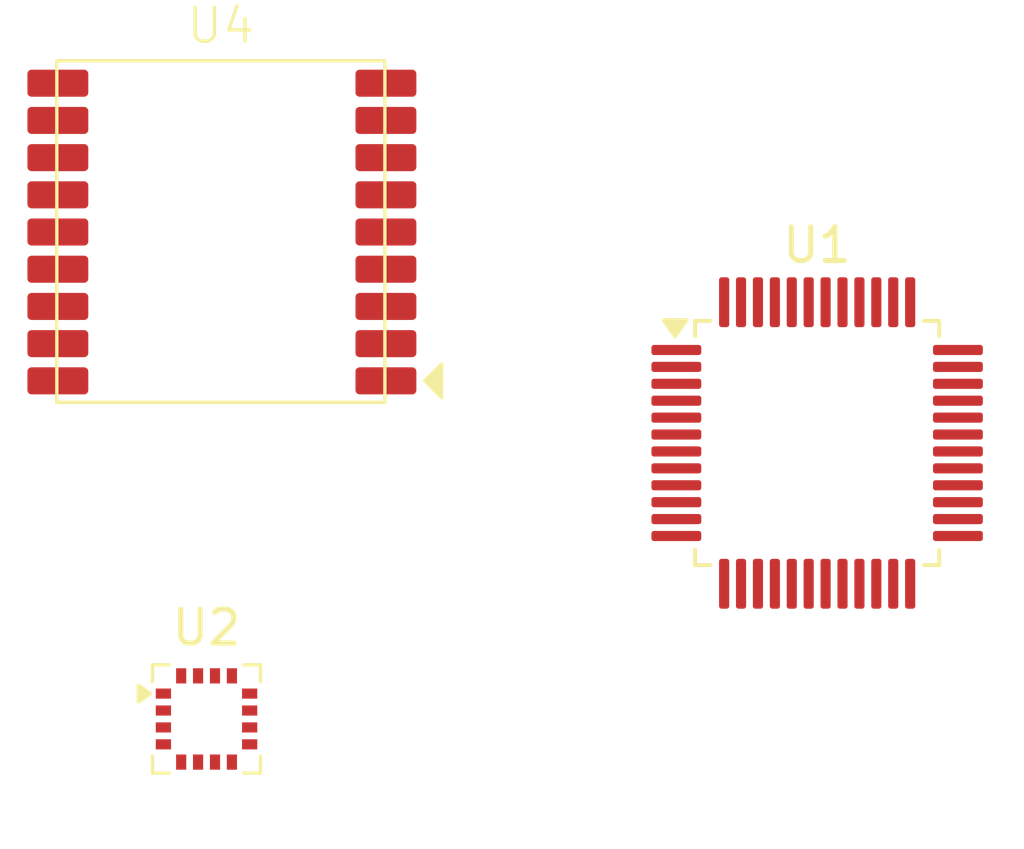
<source format=kicad_pcb>
(kicad_pcb (version 20241229) (generator "pcbnew") (generator_version "9.0")
  (layers (0 "F.Cu" signal) (2 "B.Cu" signal) (13 "F.Paste" user) (15 "B.Paste" user) (5 "F.SilkS" user "F.Silkscreen") (7 "B.SilkS" user "B.Silkscreen") (1 "F.Mask" user) (3 "B.Mask" user) (25 "Edge.Cuts" user))
  (net 0 "")
  (net 4 "/Controller/MCU_nRST")
  (net 5 "/Controller/RTC_OSCOUT")
  (net 7 "/Controller/MCU_OSCIN")
  (net 10 "/Controller/MCU_OSCOUT")
  (net 18 "GND")
  (net 21 "/Controller/RTC_OSCIN")
  (net 24 "+3.3V")
  (net 26 "/Controller/SWDIO")
  (net 31 "/Controller/MCU_BOOT0")
  (net 37 "+BATT")
  (net 39 "/Controller/DIAG_LED_PC13")
  (net 41 "/Controller/SWDCLK")
  (footprint "Package_LGA:LGA-16_3x3mm_P0.5mm" (layer "F.Cu") (at 130.196 94.9975)
    (property "Reference" "U2" (at 0 -2.7 0) (layer "F.SilkS"))
    (property "Value" "QMC5883P")
    (fp_line (start -1.6 -1.6) (end -1.6 -1.1) (stroke (width 0.1)) (layer "F.SilkS"))
    (fp_line (start -1.6 -1.6) (end -1.1 -1.6) (stroke (width 0.1)) (layer "F.SilkS"))
    (fp_line (start -1.6 1.6) (end -1.6 1.1) (stroke (width 0.1)) (layer "F.SilkS"))
    (fp_line (start -1.6 1.6) (end -1.1 1.6) (stroke (width 0.1)) (layer "F.SilkS"))
    (fp_line (start 1.1 -1.6) (end 1.6 -1.6) (stroke (width 0.1)) (layer "F.SilkS"))
    (fp_line (start 1.6 -1.6) (end 1.6 -1.1) (stroke (width 0.1)) (layer "F.SilkS"))
    (fp_line (start 1.6 1.6) (end 1.1 1.6) (stroke (width 0.1)) (layer "F.SilkS"))
    (fp_line (start 1.6 1.6) (end 1.6 1.1) (stroke (width 0.1)) (layer "F.SilkS"))
    (fp_poly (pts (xy -1.675 -0.75) (xy -2.011 -0.51) (xy -2.011 -0.99) (xy -1.675 -0.75)) (stroke (width 0.12)) (fill yes) (layer "F.SilkS"))
    (pad "1" smd rect (at -1.275 -0.75 90) (size 0.3 0.45) (layers "F.Cu" "F.Mask" "F.Paste"))
    (pad "2" smd rect (at -1.275 -0.25 90) (size 0.3 0.45) (layers "F.Cu" "F.Mask" "F.Paste"))
    (pad "3" smd rect (at -1.275 0.25 90) (size 0.3 0.45) (layers "F.Cu" "F.Mask" "F.Paste"))
    (pad "4" smd rect (at -1.275 0.75 90) (size 0.3 0.45) (layers "F.Cu" "F.Mask" "F.Paste"))
    (pad "5" smd rect (at -0.75 1.275) (size 0.3 0.45) (layers "F.Cu" "F.Mask" "F.Paste"))
    (pad "6" smd rect (at -0.25 1.275) (size 0.3 0.45) (layers "F.Cu" "F.Mask" "F.Paste"))
    (pad "7" smd rect (at 0.25 1.275) (size 0.3 0.45) (layers "F.Cu" "F.Mask" "F.Paste"))
    (pad "8" smd rect (at 0.75 1.275) (size 0.3 0.45) (layers "F.Cu" "F.Mask" "F.Paste"))
    (pad "9" smd rect (at 1.275 0.75 90) (size 0.3 0.45) (layers "F.Cu" "F.Mask" "F.Paste"))
    (pad "10" smd rect (at 1.275 0.25 90) (size 0.3 0.45) (layers "F.Cu" "F.Mask" "F.Paste"))
    (pad "11" smd rect (at 1.275 -0.25 90) (size 0.3 0.45) (layers "F.Cu" "F.Mask" "F.Paste"))
    (pad "12" smd rect (at 1.275 -0.75 90) (size 0.3 0.45) (layers "F.Cu" "F.Mask" "F.Paste"))
    (pad "13" smd rect (at 0.75 -1.275) (size 0.3 0.45) (layers "F.Cu" "F.Mask" "F.Paste"))
    (pad "14" smd rect (at 0.25 -1.275) (size 0.3 0.45) (layers "F.Cu" "F.Mask" "F.Paste"))
    (pad "15" smd rect (at -0.25 -1.275) (size 0.3 0.45) (layers "F.Cu" "F.Mask" "F.Paste"))
    (pad "16" smd rect (at -0.75 -1.275) (size 0.3 0.45) (layers "F.Cu" "F.Mask" "F.Paste"))
  )
  (footprint "ICs:ATGM336H_SMD_9.7x10.1mm" (layer "F.Cu") (at 130.619162 80.635948)
    (property "Reference" "U4" (at 0 -6.135948 0) (layer "F.SilkS") (effects (font (thickness 0.1))))
    (property "Value" "ATGM336H-5N31")
    (fp_rect (start -4.85 -5.1) (end 4.85 5) (stroke (width 0.1)) (fill no) (layer "F.SilkS"))
    (fp_poly (pts (xy 6.527296 3.863525) (xy 6.527296 4.863525) (xy 6.027296 4.363525)) (stroke (width 0.1)) (fill yes) (layer "F.SilkS"))
    (pad "1" smd roundrect (at 4.880838 4.364052) (size 1.8 0.8) (layers "F.Cu" "F.Mask" "F.Paste") (roundrect_rratio 0.15))
    (pad "2" smd roundrect (at 4.880838 3.264052) (size 1.8 0.8) (layers "F.Cu" "F.Mask" "F.Paste") (roundrect_rratio 0.15))
    (pad "3" smd roundrect (at 4.880838 2.164052) (size 1.8 0.8) (layers "F.Cu" "F.Mask" "F.Paste") (roundrect_rratio 0.15))
    (pad "4" smd roundrect (at 4.880838 1.064052) (size 1.8 0.8) (layers "F.Cu" "F.Mask" "F.Paste") (roundrect_rratio 0.15))
    (pad "5" smd roundrect (at 4.880838 -0.035948) (size 1.8 0.8) (layers "F.Cu" "F.Mask" "F.Paste") (roundrect_rratio 0.15))
    (pad "6" smd roundrect (at 4.880838 -1.135948) (size 1.8 0.8) (layers "F.Cu" "F.Mask" "F.Paste") (roundrect_rratio 0.15))
    (pad "7" smd roundrect (at 4.880838 -2.235948) (size 1.8 0.8) (layers "F.Cu" "F.Mask" "F.Paste") (roundrect_rratio 0.15))
    (pad "8" smd roundrect (at 4.880838 -3.335948) (size 1.8 0.8) (layers "F.Cu" "F.Mask" "F.Paste") (roundrect_rratio 0.15))
    (pad "9" smd roundrect (at 4.880838 -4.435948) (size 1.8 0.8) (layers "F.Cu" "F.Mask" "F.Paste") (roundrect_rratio 0.15))
    (pad "10" smd roundrect (at -4.819162 -4.435948) (size 1.8 0.8) (layers "F.Cu" "F.Mask" "F.Paste") (roundrect_rratio 0.15))
    (pad "11" smd roundrect (at -4.819162 -3.335948) (size 1.8 0.8) (layers "F.Cu" "F.Mask" "F.Paste") (roundrect_rratio 0.15))
    (pad "12" smd roundrect (at -4.819162 -2.235948) (size 1.8 0.8) (layers "F.Cu" "F.Mask" "F.Paste") (roundrect_rratio 0.15))
    (pad "13" smd roundrect (at -4.819162 -1.135948) (size 1.8 0.8) (layers "F.Cu" "F.Mask" "F.Paste") (roundrect_rratio 0.15))
    (pad "14" smd roundrect (at -4.819162 -0.035948) (size 1.8 0.8) (layers "F.Cu" "F.Mask" "F.Paste") (roundrect_rratio 0.15))
    (pad "15" smd roundrect (at -4.819162 1.064052) (size 1.8 0.8) (layers "F.Cu" "F.Mask" "F.Paste") (roundrect_rratio 0.15))
    (pad "16" smd roundrect (at -4.819162 2.164052) (size 1.8 0.8) (layers "F.Cu" "F.Mask" "F.Paste") (roundrect_rratio 0.15))
    (pad "17" smd roundrect (at -4.819162 3.264052) (size 1.8 0.8) (layers "F.Cu" "F.Mask" "F.Paste") (roundrect_rratio 0.15))
    (pad "18" smd roundrect (at -4.819162 4.364052) (size 1.8 0.8) (layers "F.Cu" "F.Mask" "F.Paste") (roundrect_rratio 0.15))
  )
  (footprint "Package_QFP:LQFP-48_7x7mm_P0.5mm" (layer "F.Cu") (at 148.25 86.8375)
    (property "Reference" "U1" (at 0 -5.85 0) (layer "F.SilkS"))
    (property "Value" "STM32F100C4Tx")
    (fp_line (start -3.61 -3.61) (end -3.61 -3.16) (stroke (width 0.12)) (layer "F.SilkS"))
    (fp_line (start -3.61 3.61) (end -3.61 3.16) (stroke (width 0.12)) (layer "F.SilkS"))
    (fp_line (start -3.16 -3.61) (end -3.61 -3.61) (stroke (width 0.12)) (layer "F.SilkS"))
    (fp_line (start -3.16 3.61) (end -3.61 3.61) (stroke (width 0.12)) (layer "F.SilkS"))
    (fp_line (start 3.16 -3.61) (end 3.61 -3.61) (stroke (width 0.12)) (layer "F.SilkS"))
    (fp_line (start 3.16 3.61) (end 3.61 3.61) (stroke (width 0.12)) (layer "F.SilkS"))
    (fp_line (start 3.61 -3.61) (end 3.61 -3.16) (stroke (width 0.12)) (layer "F.SilkS"))
    (fp_line (start 3.61 3.61) (end 3.61 3.16) (stroke (width 0.12)) (layer "F.SilkS"))
    (fp_poly (pts (xy -4.2 -3.16) (xy -4.54 -3.63) (xy -3.86 -3.63) (xy -4.2 -3.16)) (stroke (width 0.12)) (fill yes) (layer "F.SilkS"))
    (pad "1" smd roundrect (at -4.1625 -2.75) (size 1.475 0.3) (layers "F.Cu" "F.Mask" "F.Paste") (net 37 "+BATT"))
    (pad "2" smd roundrect (at -4.1625 -2.25) (size 1.475 0.3) (layers "F.Cu" "F.Mask" "F.Paste") (net 39 "/Controller/DIAG_LED_PC13"))
    (pad "3" smd roundrect (at -4.1625 -1.75) (size 1.475 0.3) (layers "F.Cu" "F.Mask" "F.Paste") (net 21 "/Controller/RTC_OSCIN"))
    (pad "4" smd roundrect (at -4.1625 -1.25) (size 1.475 0.3) (layers "F.Cu" "F.Mask" "F.Paste") (net 5 "/Controller/RTC_OSCOUT"))
    (pad "5" smd roundrect (at -4.1625 -0.75) (size 1.475 0.3) (layers "F.Cu" "F.Mask" "F.Paste") (net 7 "/Controller/MCU_OSCIN"))
    (pad "6" smd roundrect (at -4.1625 -0.25) (size 1.475 0.3) (layers "F.Cu" "F.Mask" "F.Paste") (net 10 "/Controller/MCU_OSCOUT"))
    (pad "7" smd roundrect (at -4.1625 0.25) (size 1.475 0.3) (layers "F.Cu" "F.Mask" "F.Paste") (net 4 "/Controller/MCU_nRST"))
    (pad "8" smd roundrect (at -4.1625 0.75) (size 1.475 0.3) (layers "F.Cu" "F.Mask" "F.Paste") (net 18 "GND"))
    (pad "9" smd roundrect (at -4.1625 1.25) (size 1.475 0.3) (layers "F.Cu" "F.Mask" "F.Paste") (net 24 "+3.3V"))
    (pad "10" smd roundrect (at -4.1625 1.75) (size 1.475 0.3) (layers "F.Cu" "F.Mask" "F.Paste"))
    (pad "11" smd roundrect (at -4.1625 2.25) (size 1.475 0.3) (layers "F.Cu" "F.Mask" "F.Paste"))
    (pad "12" smd roundrect (at -4.1625 2.75) (size 1.475 0.3) (layers "F.Cu" "F.Mask" "F.Paste"))
    (pad "13" smd roundrect (at -2.75 4.1625) (size 0.3 1.475) (layers "F.Cu" "F.Mask" "F.Paste"))
    (pad "14" smd roundrect (at -2.25 4.1625) (size 0.3 1.475) (layers "F.Cu" "F.Mask" "F.Paste"))
    (pad "15" smd roundrect (at -1.75 4.1625) (size 0.3 1.475) (layers "F.Cu" "F.Mask" "F.Paste"))
    (pad "16" smd roundrect (at -1.25 4.1625) (size 0.3 1.475) (layers "F.Cu" "F.Mask" "F.Paste"))
    (pad "17" smd roundrect (at -0.75 4.1625) (size 0.3 1.475) (layers "F.Cu" "F.Mask" "F.Paste"))
    (pad "18" smd roundrect (at -0.25 4.1625) (size 0.3 1.475) (layers "F.Cu" "F.Mask" "F.Paste"))
    (pad "19" smd roundrect (at 0.25 4.1625) (size 0.3 1.475) (layers "F.Cu" "F.Mask" "F.Paste"))
    (pad "20" smd roundrect (at 0.75 4.1625) (size 0.3 1.475) (layers "F.Cu" "F.Mask" "F.Paste"))
    (pad "21" smd roundrect (at 1.25 4.1625) (size 0.3 1.475) (layers "F.Cu" "F.Mask" "F.Paste"))
    (pad "22" smd roundrect (at 1.75 4.1625) (size 0.3 1.475) (layers "F.Cu" "F.Mask" "F.Paste"))
    (pad "23" smd roundrect (at 2.25 4.1625) (size 0.3 1.475) (layers "F.Cu" "F.Mask" "F.Paste") (net 18 "GND"))
    (pad "24" smd roundrect (at 2.75 4.1625) (size 0.3 1.475) (layers "F.Cu" "F.Mask" "F.Paste") (net 24 "+3.3V"))
    (pad "25" smd roundrect (at 4.1625 2.75) (size 1.475 0.3) (layers "F.Cu" "F.Mask" "F.Paste"))
    (pad "26" smd roundrect (at 4.1625 2.25) (size 1.475 0.3) (layers "F.Cu" "F.Mask" "F.Paste"))
    (pad "27" smd roundrect (at 4.1625 1.75) (size 1.475 0.3) (layers "F.Cu" "F.Mask" "F.Paste"))
    (pad "28" smd roundrect (at 4.1625 1.25) (size 1.475 0.3) (layers "F.Cu" "F.Mask" "F.Paste"))
    (pad "29" smd roundrect (at 4.1625 0.75) (size 1.475 0.3) (layers "F.Cu" "F.Mask" "F.Paste"))
    (pad "30" smd roundrect (at 4.1625 0.25) (size 1.475 0.3) (layers "F.Cu" "F.Mask" "F.Paste"))
    (pad "31" smd roundrect (at 4.1625 -0.25) (size 1.475 0.3) (layers "F.Cu" "F.Mask" "F.Paste"))
    (pad "32" smd roundrect (at 4.1625 -0.75) (size 1.475 0.3) (layers "F.Cu" "F.Mask" "F.Paste"))
    (pad "33" smd roundrect (at 4.1625 -1.25) (size 1.475 0.3) (layers "F.Cu" "F.Mask" "F.Paste"))
    (pad "34" smd roundrect (at 4.1625 -1.75) (size 1.475 0.3) (layers "F.Cu" "F.Mask" "F.Paste") (net 26 "/Controller/SWDIO"))
    (pad "35" smd roundrect (at 4.1625 -2.25) (size 1.475 0.3) (layers "F.Cu" "F.Mask" "F.Paste") (net 18 "GND"))
    (pad "36" smd roundrect (at 4.1625 -2.75) (size 1.475 0.3) (layers "F.Cu" "F.Mask" "F.Paste") (net 24 "+3.3V"))
    (pad "37" smd roundrect (at 2.75 -4.1625) (size 0.3 1.475) (layers "F.Cu" "F.Mask" "F.Paste") (net 41 "/Controller/SWDCLK"))
    (pad "38" smd roundrect (at 2.25 -4.1625) (size 0.3 1.475) (layers "F.Cu" "F.Mask" "F.Paste"))
    (pad "39" smd roundrect (at 1.75 -4.1625) (size 0.3 1.475) (layers "F.Cu" "F.Mask" "F.Paste"))
    (pad "40" smd roundrect (at 1.25 -4.1625) (size 0.3 1.475) (layers "F.Cu" "F.Mask" "F.Paste"))
    (pad "41" smd roundrect (at 0.75 -4.1625) (size 0.3 1.475) (layers "F.Cu" "F.Mask" "F.Paste"))
    (pad "42" smd roundrect (at 0.25 -4.1625) (size 0.3 1.475) (layers "F.Cu" "F.Mask" "F.Paste"))
    (pad "43" smd roundrect (at -0.25 -4.1625) (size 0.3 1.475) (layers "F.Cu" "F.Mask" "F.Paste"))
    (pad "44" smd roundrect (at -0.75 -4.1625) (size 0.3 1.475) (layers "F.Cu" "F.Mask" "F.Paste") (net 31 "/Controller/MCU_BOOT0"))
    (pad "45" smd roundrect (at -1.25 -4.1625) (size 0.3 1.475) (layers "F.Cu" "F.Mask" "F.Paste"))
    (pad "46" smd roundrect (at -1.75 -4.1625) (size 0.3 1.475) (layers "F.Cu" "F.Mask" "F.Paste"))
    (pad "47" smd roundrect (at -2.25 -4.1625) (size 0.3 1.475) (layers "F.Cu" "F.Mask" "F.Paste") (net 18 "GND"))
    (pad "48" smd roundrect (at -2.75 -4.1625) (size 0.3 1.475) (layers "F.Cu" "F.Mask" "F.Paste") (net 24 "+3.3V"))
  )
)
</source>
